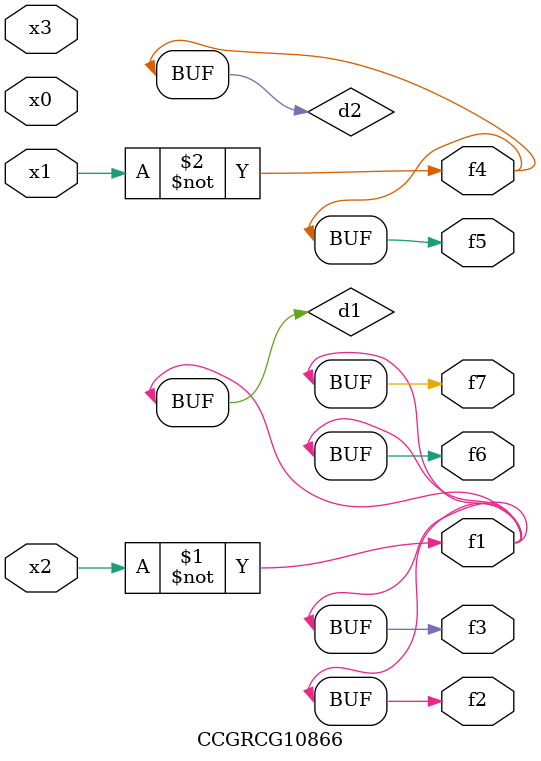
<source format=v>
module CCGRCG10866(
	input x0, x1, x2, x3,
	output f1, f2, f3, f4, f5, f6, f7
);

	wire d1, d2;

	xnor (d1, x2);
	not (d2, x1);
	assign f1 = d1;
	assign f2 = d1;
	assign f3 = d1;
	assign f4 = d2;
	assign f5 = d2;
	assign f6 = d1;
	assign f7 = d1;
endmodule

</source>
